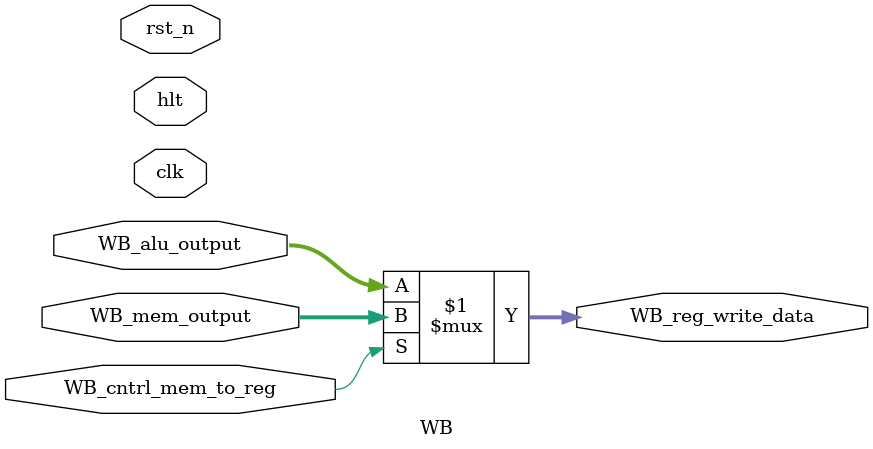
<source format=v>

module WB(clk, rst_n, hlt, WB_mem_output, WB_alu_output, WB_cntrl_mem_to_reg, WB_reg_write_data);
  input clk, rst_n, hlt, WB_cntrl_mem_to_reg;
  input [15:0] WB_mem_output, WB_alu_output;
  output [15:0] WB_reg_write_data;
  
	//choose either mem or alu output as writeback value
  assign WB_reg_write_data = WB_cntrl_mem_to_reg ? WB_mem_output : WB_alu_output; 
  
endmodule

</source>
